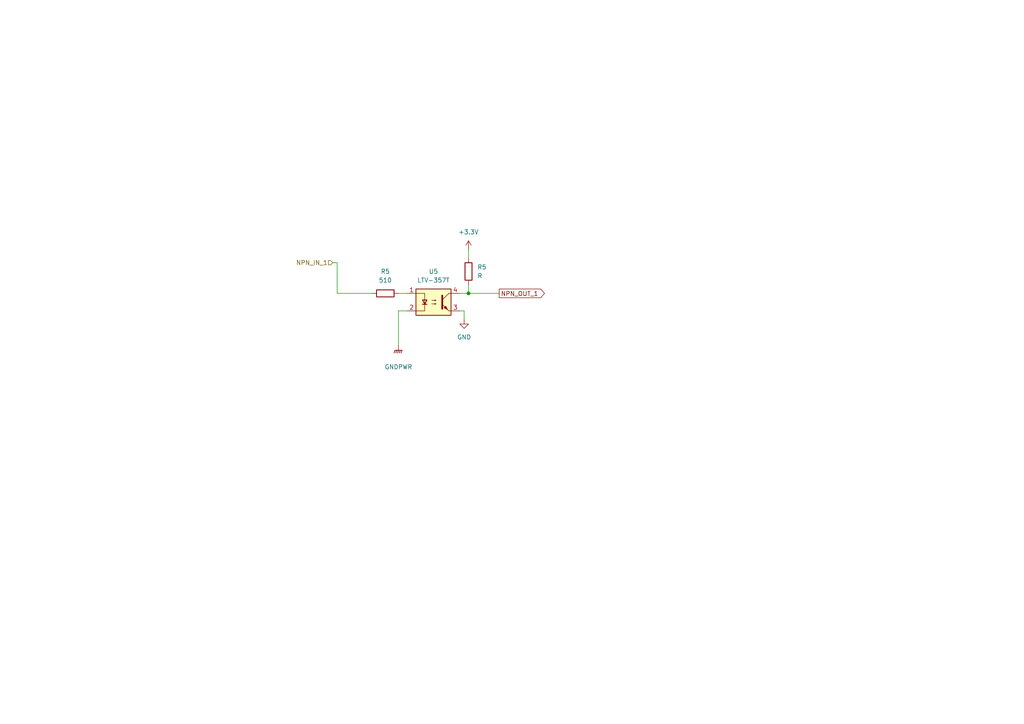
<source format=kicad_sch>
(kicad_sch
	(version 20250114)
	(generator "eeschema")
	(generator_version "9.0")
	(uuid "5bb547a2-820e-4b65-acfc-53a7ca505db8")
	(paper "A4")
	(lib_symbols
		(symbol "Device:R"
			(pin_numbers
				(hide yes)
			)
			(pin_names
				(offset 0)
			)
			(exclude_from_sim no)
			(in_bom yes)
			(on_board yes)
			(property "Reference" "R"
				(at 2.032 0 90)
				(effects
					(font
						(size 1.27 1.27)
					)
				)
			)
			(property "Value" "R"
				(at 0 0 90)
				(effects
					(font
						(size 1.27 1.27)
					)
				)
			)
			(property "Footprint" ""
				(at -1.778 0 90)
				(effects
					(font
						(size 1.27 1.27)
					)
					(hide yes)
				)
			)
			(property "Datasheet" "~"
				(at 0 0 0)
				(effects
					(font
						(size 1.27 1.27)
					)
					(hide yes)
				)
			)
			(property "Description" "Resistor"
				(at 0 0 0)
				(effects
					(font
						(size 1.27 1.27)
					)
					(hide yes)
				)
			)
			(property "ki_keywords" "R res resistor"
				(at 0 0 0)
				(effects
					(font
						(size 1.27 1.27)
					)
					(hide yes)
				)
			)
			(property "ki_fp_filters" "R_*"
				(at 0 0 0)
				(effects
					(font
						(size 1.27 1.27)
					)
					(hide yes)
				)
			)
			(symbol "R_0_1"
				(rectangle
					(start -1.016 -2.54)
					(end 1.016 2.54)
					(stroke
						(width 0.254)
						(type default)
					)
					(fill
						(type none)
					)
				)
			)
			(symbol "R_1_1"
				(pin passive line
					(at 0 3.81 270)
					(length 1.27)
					(name "~"
						(effects
							(font
								(size 1.27 1.27)
							)
						)
					)
					(number "1"
						(effects
							(font
								(size 1.27 1.27)
							)
						)
					)
				)
				(pin passive line
					(at 0 -3.81 90)
					(length 1.27)
					(name "~"
						(effects
							(font
								(size 1.27 1.27)
							)
						)
					)
					(number "2"
						(effects
							(font
								(size 1.27 1.27)
							)
						)
					)
				)
			)
			(embedded_fonts no)
		)
		(symbol "Isolator:LTV-357T"
			(pin_names
				(offset 1.016)
			)
			(exclude_from_sim no)
			(in_bom yes)
			(on_board yes)
			(property "Reference" "U"
				(at -5.334 4.826 0)
				(effects
					(font
						(size 1.27 1.27)
					)
					(justify left)
				)
			)
			(property "Value" "LTV-357T"
				(at 0 5.08 0)
				(effects
					(font
						(size 1.27 1.27)
					)
					(justify left)
				)
			)
			(property "Footprint" "Package_SO:SO-4_4.4x3.6mm_P2.54mm"
				(at -5.08 -5.08 0)
				(effects
					(font
						(size 1.27 1.27)
						(italic yes)
					)
					(justify left)
					(hide yes)
				)
			)
			(property "Datasheet" "https://www.buerklin.com/medias/sys_master/download/download/h91/ha0/8892020588574.pdf"
				(at 0 0 0)
				(effects
					(font
						(size 1.27 1.27)
					)
					(justify left)
					(hide yes)
				)
			)
			(property "Description" "DC Optocoupler, Vce 35V, CTR 50%, SO-4"
				(at 0 0 0)
				(effects
					(font
						(size 1.27 1.27)
					)
					(hide yes)
				)
			)
			(property "ki_keywords" "NPN DC Optocoupler"
				(at 0 0 0)
				(effects
					(font
						(size 1.27 1.27)
					)
					(hide yes)
				)
			)
			(property "ki_fp_filters" "SO*4.4x3.6mm*P2.54mm*"
				(at 0 0 0)
				(effects
					(font
						(size 1.27 1.27)
					)
					(hide yes)
				)
			)
			(symbol "LTV-357T_0_1"
				(rectangle
					(start -5.08 3.81)
					(end 5.08 -3.81)
					(stroke
						(width 0.254)
						(type default)
					)
					(fill
						(type background)
					)
				)
				(polyline
					(pts
						(xy -5.08 2.54) (xy -2.54 2.54) (xy -2.54 -0.762)
					)
					(stroke
						(width 0)
						(type default)
					)
					(fill
						(type none)
					)
				)
				(polyline
					(pts
						(xy -3.175 -0.635) (xy -1.905 -0.635)
					)
					(stroke
						(width 0.254)
						(type default)
					)
					(fill
						(type none)
					)
				)
				(polyline
					(pts
						(xy -2.54 -0.635) (xy -2.54 -2.54) (xy -5.08 -2.54)
					)
					(stroke
						(width 0)
						(type default)
					)
					(fill
						(type none)
					)
				)
				(polyline
					(pts
						(xy -2.54 -0.635) (xy -3.175 0.635) (xy -1.905 0.635) (xy -2.54 -0.635)
					)
					(stroke
						(width 0.254)
						(type default)
					)
					(fill
						(type none)
					)
				)
				(polyline
					(pts
						(xy -0.508 0.508) (xy 0.762 0.508) (xy 0.381 0.381) (xy 0.381 0.635) (xy 0.762 0.508)
					)
					(stroke
						(width 0)
						(type default)
					)
					(fill
						(type none)
					)
				)
				(polyline
					(pts
						(xy -0.508 -0.508) (xy 0.762 -0.508) (xy 0.381 -0.635) (xy 0.381 -0.381) (xy 0.762 -0.508)
					)
					(stroke
						(width 0)
						(type default)
					)
					(fill
						(type none)
					)
				)
				(polyline
					(pts
						(xy 2.54 1.905) (xy 2.54 -1.905) (xy 2.54 -1.905)
					)
					(stroke
						(width 0.508)
						(type default)
					)
					(fill
						(type none)
					)
				)
				(polyline
					(pts
						(xy 2.54 0.635) (xy 4.445 2.54)
					)
					(stroke
						(width 0)
						(type default)
					)
					(fill
						(type none)
					)
				)
				(polyline
					(pts
						(xy 3.048 -1.651) (xy 3.556 -1.143) (xy 4.064 -2.159) (xy 3.048 -1.651) (xy 3.048 -1.651)
					)
					(stroke
						(width 0)
						(type default)
					)
					(fill
						(type outline)
					)
				)
				(polyline
					(pts
						(xy 4.445 2.54) (xy 5.08 2.54)
					)
					(stroke
						(width 0)
						(type default)
					)
					(fill
						(type none)
					)
				)
				(polyline
					(pts
						(xy 4.445 -2.54) (xy 2.54 -0.635)
					)
					(stroke
						(width 0)
						(type default)
					)
					(fill
						(type outline)
					)
				)
				(polyline
					(pts
						(xy 4.445 -2.54) (xy 5.08 -2.54)
					)
					(stroke
						(width 0)
						(type default)
					)
					(fill
						(type none)
					)
				)
			)
			(symbol "LTV-357T_1_1"
				(pin passive line
					(at -7.62 2.54 0)
					(length 2.54)
					(name "~"
						(effects
							(font
								(size 1.27 1.27)
							)
						)
					)
					(number "1"
						(effects
							(font
								(size 1.27 1.27)
							)
						)
					)
				)
				(pin passive line
					(at -7.62 -2.54 0)
					(length 2.54)
					(name "~"
						(effects
							(font
								(size 1.27 1.27)
							)
						)
					)
					(number "2"
						(effects
							(font
								(size 1.27 1.27)
							)
						)
					)
				)
				(pin passive line
					(at 7.62 2.54 180)
					(length 2.54)
					(name "~"
						(effects
							(font
								(size 1.27 1.27)
							)
						)
					)
					(number "4"
						(effects
							(font
								(size 1.27 1.27)
							)
						)
					)
				)
				(pin passive line
					(at 7.62 -2.54 180)
					(length 2.54)
					(name "~"
						(effects
							(font
								(size 1.27 1.27)
							)
						)
					)
					(number "3"
						(effects
							(font
								(size 1.27 1.27)
							)
						)
					)
				)
			)
			(embedded_fonts no)
		)
		(symbol "power:+3.3V"
			(power)
			(pin_numbers
				(hide yes)
			)
			(pin_names
				(offset 0)
				(hide yes)
			)
			(exclude_from_sim no)
			(in_bom yes)
			(on_board yes)
			(property "Reference" "#PWR"
				(at 0 -3.81 0)
				(effects
					(font
						(size 1.27 1.27)
					)
					(hide yes)
				)
			)
			(property "Value" "+3.3V"
				(at 0 3.556 0)
				(effects
					(font
						(size 1.27 1.27)
					)
				)
			)
			(property "Footprint" ""
				(at 0 0 0)
				(effects
					(font
						(size 1.27 1.27)
					)
					(hide yes)
				)
			)
			(property "Datasheet" ""
				(at 0 0 0)
				(effects
					(font
						(size 1.27 1.27)
					)
					(hide yes)
				)
			)
			(property "Description" "Power symbol creates a global label with name \"+3.3V\""
				(at 0 0 0)
				(effects
					(font
						(size 1.27 1.27)
					)
					(hide yes)
				)
			)
			(property "ki_keywords" "global power"
				(at 0 0 0)
				(effects
					(font
						(size 1.27 1.27)
					)
					(hide yes)
				)
			)
			(symbol "+3.3V_0_1"
				(polyline
					(pts
						(xy -0.762 1.27) (xy 0 2.54)
					)
					(stroke
						(width 0)
						(type default)
					)
					(fill
						(type none)
					)
				)
				(polyline
					(pts
						(xy 0 2.54) (xy 0.762 1.27)
					)
					(stroke
						(width 0)
						(type default)
					)
					(fill
						(type none)
					)
				)
				(polyline
					(pts
						(xy 0 0) (xy 0 2.54)
					)
					(stroke
						(width 0)
						(type default)
					)
					(fill
						(type none)
					)
				)
			)
			(symbol "+3.3V_1_1"
				(pin power_in line
					(at 0 0 90)
					(length 0)
					(name "~"
						(effects
							(font
								(size 1.27 1.27)
							)
						)
					)
					(number "1"
						(effects
							(font
								(size 1.27 1.27)
							)
						)
					)
				)
			)
			(embedded_fonts no)
		)
		(symbol "power:GND"
			(power)
			(pin_numbers
				(hide yes)
			)
			(pin_names
				(offset 0)
				(hide yes)
			)
			(exclude_from_sim no)
			(in_bom yes)
			(on_board yes)
			(property "Reference" "#PWR"
				(at 0 -6.35 0)
				(effects
					(font
						(size 1.27 1.27)
					)
					(hide yes)
				)
			)
			(property "Value" "GND"
				(at 0 -3.81 0)
				(effects
					(font
						(size 1.27 1.27)
					)
				)
			)
			(property "Footprint" ""
				(at 0 0 0)
				(effects
					(font
						(size 1.27 1.27)
					)
					(hide yes)
				)
			)
			(property "Datasheet" ""
				(at 0 0 0)
				(effects
					(font
						(size 1.27 1.27)
					)
					(hide yes)
				)
			)
			(property "Description" "Power symbol creates a global label with name \"GND\" , ground"
				(at 0 0 0)
				(effects
					(font
						(size 1.27 1.27)
					)
					(hide yes)
				)
			)
			(property "ki_keywords" "global power"
				(at 0 0 0)
				(effects
					(font
						(size 1.27 1.27)
					)
					(hide yes)
				)
			)
			(symbol "GND_0_1"
				(polyline
					(pts
						(xy 0 0) (xy 0 -1.27) (xy 1.27 -1.27) (xy 0 -2.54) (xy -1.27 -1.27) (xy 0 -1.27)
					)
					(stroke
						(width 0)
						(type default)
					)
					(fill
						(type none)
					)
				)
			)
			(symbol "GND_1_1"
				(pin power_in line
					(at 0 0 270)
					(length 0)
					(name "~"
						(effects
							(font
								(size 1.27 1.27)
							)
						)
					)
					(number "1"
						(effects
							(font
								(size 1.27 1.27)
							)
						)
					)
				)
			)
			(embedded_fonts no)
		)
		(symbol "power:GNDPWR"
			(power)
			(pin_numbers
				(hide yes)
			)
			(pin_names
				(offset 0)
				(hide yes)
			)
			(exclude_from_sim no)
			(in_bom yes)
			(on_board yes)
			(property "Reference" "#PWR"
				(at 0 -5.08 0)
				(effects
					(font
						(size 1.27 1.27)
					)
					(hide yes)
				)
			)
			(property "Value" "GNDPWR"
				(at 0 -3.302 0)
				(effects
					(font
						(size 1.27 1.27)
					)
				)
			)
			(property "Footprint" ""
				(at 0 -1.27 0)
				(effects
					(font
						(size 1.27 1.27)
					)
					(hide yes)
				)
			)
			(property "Datasheet" ""
				(at 0 -1.27 0)
				(effects
					(font
						(size 1.27 1.27)
					)
					(hide yes)
				)
			)
			(property "Description" "Power symbol creates a global label with name \"GNDPWR\" , global ground"
				(at 0 0 0)
				(effects
					(font
						(size 1.27 1.27)
					)
					(hide yes)
				)
			)
			(property "ki_keywords" "global ground"
				(at 0 0 0)
				(effects
					(font
						(size 1.27 1.27)
					)
					(hide yes)
				)
			)
			(symbol "GNDPWR_0_1"
				(polyline
					(pts
						(xy -1.016 -1.27) (xy -1.27 -2.032) (xy -1.27 -2.032)
					)
					(stroke
						(width 0.2032)
						(type default)
					)
					(fill
						(type none)
					)
				)
				(polyline
					(pts
						(xy -0.508 -1.27) (xy -0.762 -2.032) (xy -0.762 -2.032)
					)
					(stroke
						(width 0.2032)
						(type default)
					)
					(fill
						(type none)
					)
				)
				(polyline
					(pts
						(xy 0 -1.27) (xy 0 0)
					)
					(stroke
						(width 0)
						(type default)
					)
					(fill
						(type none)
					)
				)
				(polyline
					(pts
						(xy 0 -1.27) (xy -0.254 -2.032) (xy -0.254 -2.032)
					)
					(stroke
						(width 0.2032)
						(type default)
					)
					(fill
						(type none)
					)
				)
				(polyline
					(pts
						(xy 0.508 -1.27) (xy 0.254 -2.032) (xy 0.254 -2.032)
					)
					(stroke
						(width 0.2032)
						(type default)
					)
					(fill
						(type none)
					)
				)
				(polyline
					(pts
						(xy 1.016 -1.27) (xy -1.016 -1.27) (xy -1.016 -1.27)
					)
					(stroke
						(width 0.2032)
						(type default)
					)
					(fill
						(type none)
					)
				)
				(polyline
					(pts
						(xy 1.016 -1.27) (xy 0.762 -2.032) (xy 0.762 -2.032) (xy 0.762 -2.032)
					)
					(stroke
						(width 0.2032)
						(type default)
					)
					(fill
						(type none)
					)
				)
			)
			(symbol "GNDPWR_1_1"
				(pin power_in line
					(at 0 0 270)
					(length 0)
					(name "~"
						(effects
							(font
								(size 1.27 1.27)
							)
						)
					)
					(number "1"
						(effects
							(font
								(size 1.27 1.27)
							)
						)
					)
				)
			)
			(embedded_fonts no)
		)
	)
	(junction
		(at 135.89 85.09)
		(diameter 0)
		(color 0 0 0 0)
		(uuid "90c5dfc8-a42c-4108-b328-2b945e81a052")
	)
	(wire
		(pts
			(xy 115.57 85.09) (xy 118.11 85.09)
		)
		(stroke
			(width 0)
			(type default)
		)
		(uuid "24a68d18-39f5-446c-9f8d-5c2b5546b2df")
	)
	(wire
		(pts
			(xy 97.79 85.09) (xy 107.95 85.09)
		)
		(stroke
			(width 0)
			(type default)
		)
		(uuid "344c82e4-cb5e-4fa3-9bd8-41b76ff8a0c5")
	)
	(wire
		(pts
			(xy 115.57 90.17) (xy 118.11 90.17)
		)
		(stroke
			(width 0)
			(type default)
		)
		(uuid "5352d11f-86af-429a-9a3a-c0d0e20fa15b")
	)
	(wire
		(pts
			(xy 96.52 76.2) (xy 97.79 76.2)
		)
		(stroke
			(width 0)
			(type default)
		)
		(uuid "7eb9a2d6-8be1-4915-ba01-571a7bad4d90")
	)
	(wire
		(pts
			(xy 97.79 76.2) (xy 97.79 85.09)
		)
		(stroke
			(width 0)
			(type default)
		)
		(uuid "820928eb-46bc-485f-a96b-f7deeddae992")
	)
	(wire
		(pts
			(xy 135.89 85.09) (xy 135.89 82.55)
		)
		(stroke
			(width 0)
			(type default)
		)
		(uuid "8fec0b64-11d0-4fcf-9317-2b0f68e4fd59")
	)
	(wire
		(pts
			(xy 133.35 85.09) (xy 135.89 85.09)
		)
		(stroke
			(width 0)
			(type default)
		)
		(uuid "97e838d8-8fbc-400c-99e9-bb47494b3b27")
	)
	(wire
		(pts
			(xy 133.35 90.17) (xy 134.62 90.17)
		)
		(stroke
			(width 0)
			(type default)
		)
		(uuid "9d6bab85-a763-49fa-a93b-04e3b84d37ee")
	)
	(wire
		(pts
			(xy 135.89 85.09) (xy 144.78 85.09)
		)
		(stroke
			(width 0)
			(type default)
		)
		(uuid "9e330d68-cbb6-4cb3-97e4-141706d0a006")
	)
	(wire
		(pts
			(xy 115.57 100.33) (xy 115.57 90.17)
		)
		(stroke
			(width 0)
			(type default)
		)
		(uuid "c5fa5e65-9106-4e27-bd49-3db0549d2409")
	)
	(wire
		(pts
			(xy 134.62 92.71) (xy 134.62 90.17)
		)
		(stroke
			(width 0)
			(type default)
		)
		(uuid "e6ec9daa-8038-4699-8832-8904ddf2166e")
	)
	(wire
		(pts
			(xy 135.89 72.39) (xy 135.89 74.93)
		)
		(stroke
			(width 0)
			(type default)
		)
		(uuid "e78f7348-99e8-43eb-96b6-34604a394838")
	)
	(global_label "NPN_OUT_1"
		(shape output)
		(at 144.78 85.09 0)
		(fields_autoplaced yes)
		(effects
			(font
				(size 1.27 1.27)
			)
			(justify left)
		)
		(uuid "b999be2b-3432-4ad5-81cd-4a32c01e0dd3")
		(property "Intersheetrefs" "${INTERSHEET_REFS}"
			(at 158.4695 85.09 0)
			(effects
				(font
					(size 1.27 1.27)
				)
				(justify left)
				(hide yes)
			)
		)
	)
	(hierarchical_label "NPN_IN_1"
		(shape input)
		(at 96.52 76.2 180)
		(effects
			(font
				(size 1.27 1.27)
			)
			(justify right)
		)
		(uuid "1e94082f-ffe0-4b20-97bd-716f76222b70")
	)
	(symbol
		(lib_id "power:GNDPWR")
		(at 115.57 100.33 0)
		(unit 1)
		(exclude_from_sim no)
		(in_bom yes)
		(on_board yes)
		(dnp no)
		(uuid "3caa5aca-b9de-4308-8931-af8754804b91")
		(property "Reference" "#PWR024"
			(at 115.57 105.41 0)
			(effects
				(font
					(size 1.27 1.27)
				)
				(hide yes)
			)
		)
		(property "Value" "GNDPWR"
			(at 115.57 106.426 0)
			(effects
				(font
					(size 1.27 1.27)
				)
			)
		)
		(property "Footprint" ""
			(at 115.57 101.6 0)
			(effects
				(font
					(size 1.27 1.27)
				)
				(hide yes)
			)
		)
		(property "Datasheet" ""
			(at 115.57 101.6 0)
			(effects
				(font
					(size 1.27 1.27)
				)
				(hide yes)
			)
		)
		(property "Description" "Power symbol creates a global label with name \"GNDPWR\" , global ground"
			(at 115.57 100.33 0)
			(effects
				(font
					(size 1.27 1.27)
				)
				(hide yes)
			)
		)
		(pin "1"
			(uuid "a0e3d514-d904-456e-aa64-6fc498db7cb9")
		)
		(instances
			(project "NIVARA PROJECT"
				(path "/dc6fb271-dfd0-4448-98f1-862b1cc93a80/2ca62569-d560-4cca-9470-52fd378086ae/2b8d9108-dae8-4d3f-a769-feaf9fe8bb41"
					(reference "#PWR024")
					(unit 1)
				)
			)
		)
	)
	(symbol
		(lib_id "power:GND")
		(at 134.62 92.71 0)
		(unit 1)
		(exclude_from_sim no)
		(in_bom yes)
		(on_board yes)
		(dnp no)
		(fields_autoplaced yes)
		(uuid "54c0ad1a-953e-4579-9b77-ae2c5309bfc3")
		(property "Reference" "#PWR025"
			(at 134.62 99.06 0)
			(effects
				(font
					(size 1.27 1.27)
				)
				(hide yes)
			)
		)
		(property "Value" "GND"
			(at 134.62 97.79 0)
			(effects
				(font
					(size 1.27 1.27)
				)
			)
		)
		(property "Footprint" ""
			(at 134.62 92.71 0)
			(effects
				(font
					(size 1.27 1.27)
				)
				(hide yes)
			)
		)
		(property "Datasheet" ""
			(at 134.62 92.71 0)
			(effects
				(font
					(size 1.27 1.27)
				)
				(hide yes)
			)
		)
		(property "Description" "Power symbol creates a global label with name \"GND\" , ground"
			(at 134.62 92.71 0)
			(effects
				(font
					(size 1.27 1.27)
				)
				(hide yes)
			)
		)
		(pin "1"
			(uuid "2a626e71-ed6b-4080-ad16-8fa1ab53b5bb")
		)
		(instances
			(project "NIVARA PROJECT"
				(path "/dc6fb271-dfd0-4448-98f1-862b1cc93a80/2ca62569-d560-4cca-9470-52fd378086ae/2b8d9108-dae8-4d3f-a769-feaf9fe8bb41"
					(reference "#PWR025")
					(unit 1)
				)
			)
		)
	)
	(symbol
		(lib_id "Device:R")
		(at 111.76 85.09 90)
		(unit 1)
		(exclude_from_sim no)
		(in_bom yes)
		(on_board yes)
		(dnp no)
		(fields_autoplaced yes)
		(uuid "9e7cb6ea-2ce3-4d3c-bd20-9a4f06b071c6")
		(property "Reference" "R5"
			(at 111.76 78.74 90)
			(effects
				(font
					(size 1.27 1.27)
				)
			)
		)
		(property "Value" "510"
			(at 111.76 81.28 90)
			(effects
				(font
					(size 1.27 1.27)
				)
			)
		)
		(property "Footprint" "Resistor_SMD:R_0603_1608Metric"
			(at 111.76 86.868 90)
			(effects
				(font
					(size 1.27 1.27)
				)
				(hide yes)
			)
		)
		(property "Datasheet" "~"
			(at 111.76 85.09 0)
			(effects
				(font
					(size 1.27 1.27)
				)
				(hide yes)
			)
		)
		(property "Description" "Resistor"
			(at 111.76 85.09 0)
			(effects
				(font
					(size 1.27 1.27)
				)
				(hide yes)
			)
		)
		(property "LCSC#" "C114670"
			(at 111.76 85.09 90)
			(effects
				(font
					(size 1.27 1.27)
				)
				(hide yes)
			)
		)
		(pin "1"
			(uuid "17271cc3-524f-4889-94f9-58a21bdacb92")
		)
		(pin "2"
			(uuid "57c107e6-cbfb-40a1-b1cf-5adc6e891888")
		)
		(instances
			(project "NIVARA PROJECT"
				(path "/dc6fb271-dfd0-4448-98f1-862b1cc93a80/2ca62569-d560-4cca-9470-52fd378086ae/2b8d9108-dae8-4d3f-a769-feaf9fe8bb41"
					(reference "R5")
					(unit 1)
				)
			)
		)
	)
	(symbol
		(lib_id "Device:R")
		(at 135.89 78.74 180)
		(unit 1)
		(exclude_from_sim no)
		(in_bom yes)
		(on_board yes)
		(dnp no)
		(fields_autoplaced yes)
		(uuid "a5b64f97-30fc-42b9-b5c2-9ab9975ec60f")
		(property "Reference" "R5"
			(at 138.43 77.4699 0)
			(effects
				(font
					(size 1.27 1.27)
				)
				(justify right)
			)
		)
		(property "Value" "R"
			(at 138.43 80.0099 0)
			(effects
				(font
					(size 1.27 1.27)
				)
				(justify right)
			)
		)
		(property "Footprint" ""
			(at 137.668 78.74 90)
			(effects
				(font
					(size 1.27 1.27)
				)
				(hide yes)
			)
		)
		(property "Datasheet" "~"
			(at 135.89 78.74 0)
			(effects
				(font
					(size 1.27 1.27)
				)
				(hide yes)
			)
		)
		(property "Description" "Resistor"
			(at 135.89 78.74 0)
			(effects
				(font
					(size 1.27 1.27)
				)
				(hide yes)
			)
		)
		(pin "1"
			(uuid "71b2f31e-b029-4137-a12c-52ed1d141184")
		)
		(pin "2"
			(uuid "d4a32713-fd2e-4fb2-ab68-fe0ea86c3d06")
		)
		(instances
			(project "NIVARA PROJECT"
				(path "/dc6fb271-dfd0-4448-98f1-862b1cc93a80/2ca62569-d560-4cca-9470-52fd378086ae/2b8d9108-dae8-4d3f-a769-feaf9fe8bb41"
					(reference "R5")
					(unit 1)
				)
			)
		)
	)
	(symbol
		(lib_id "Isolator:LTV-357T")
		(at 125.73 87.63 0)
		(unit 1)
		(exclude_from_sim no)
		(in_bom yes)
		(on_board yes)
		(dnp no)
		(fields_autoplaced yes)
		(uuid "b2fa5c26-bbd3-4db2-b952-f1ca26024f3a")
		(property "Reference" "U5"
			(at 125.73 78.74 0)
			(effects
				(font
					(size 1.27 1.27)
				)
			)
		)
		(property "Value" "LTV-357T"
			(at 125.73 81.28 0)
			(effects
				(font
					(size 1.27 1.27)
				)
			)
		)
		(property "Footprint" "Package_SO:SO-4_4.4x3.6mm_P2.54mm"
			(at 120.65 92.71 0)
			(effects
				(font
					(size 1.27 1.27)
					(italic yes)
				)
				(justify left)
				(hide yes)
			)
		)
		(property "Datasheet" "https://www.buerklin.com/medias/sys_master/download/download/h91/ha0/8892020588574.pdf"
			(at 125.73 87.63 0)
			(effects
				(font
					(size 1.27 1.27)
				)
				(justify left)
				(hide yes)
			)
		)
		(property "Description" "DC Optocoupler, Vce 35V, CTR 50%, SO-4"
			(at 125.73 87.63 0)
			(effects
				(font
					(size 1.27 1.27)
				)
				(hide yes)
			)
		)
		(pin "3"
			(uuid "ab8d360a-f633-40af-9969-d4883855c2bd")
		)
		(pin "1"
			(uuid "8754f9a7-9475-417b-bffc-882c0be13633")
		)
		(pin "2"
			(uuid "67b1de86-4693-4e2e-9a7d-926f09b1808d")
		)
		(pin "4"
			(uuid "a65d295f-be25-45dd-87a9-c6cc4160e1af")
		)
		(instances
			(project "NIVARA PROJECT"
				(path "/dc6fb271-dfd0-4448-98f1-862b1cc93a80/2ca62569-d560-4cca-9470-52fd378086ae/2b8d9108-dae8-4d3f-a769-feaf9fe8bb41"
					(reference "U5")
					(unit 1)
				)
			)
		)
	)
	(symbol
		(lib_id "power:+3.3V")
		(at 135.89 72.39 0)
		(unit 1)
		(exclude_from_sim no)
		(in_bom yes)
		(on_board yes)
		(dnp no)
		(fields_autoplaced yes)
		(uuid "b6525b2a-8a76-4403-bb42-8a032ac5046a")
		(property "Reference" "#PWR023"
			(at 135.89 76.2 0)
			(effects
				(font
					(size 1.27 1.27)
				)
				(hide yes)
			)
		)
		(property "Value" "+3.3V"
			(at 135.89 67.31 0)
			(effects
				(font
					(size 1.27 1.27)
				)
			)
		)
		(property "Footprint" ""
			(at 135.89 72.39 0)
			(effects
				(font
					(size 1.27 1.27)
				)
				(hide yes)
			)
		)
		(property "Datasheet" ""
			(at 135.89 72.39 0)
			(effects
				(font
					(size 1.27 1.27)
				)
				(hide yes)
			)
		)
		(property "Description" "Power symbol creates a global label with name \"+3.3V\""
			(at 135.89 72.39 0)
			(effects
				(font
					(size 1.27 1.27)
				)
				(hide yes)
			)
		)
		(pin "1"
			(uuid "b27422be-5aaa-4ae9-87db-815e9f444f2a")
		)
		(instances
			(project "NIVARA PROJECT"
				(path "/dc6fb271-dfd0-4448-98f1-862b1cc93a80/2ca62569-d560-4cca-9470-52fd378086ae/2b8d9108-dae8-4d3f-a769-feaf9fe8bb41"
					(reference "#PWR023")
					(unit 1)
				)
			)
		)
	)
)

</source>
